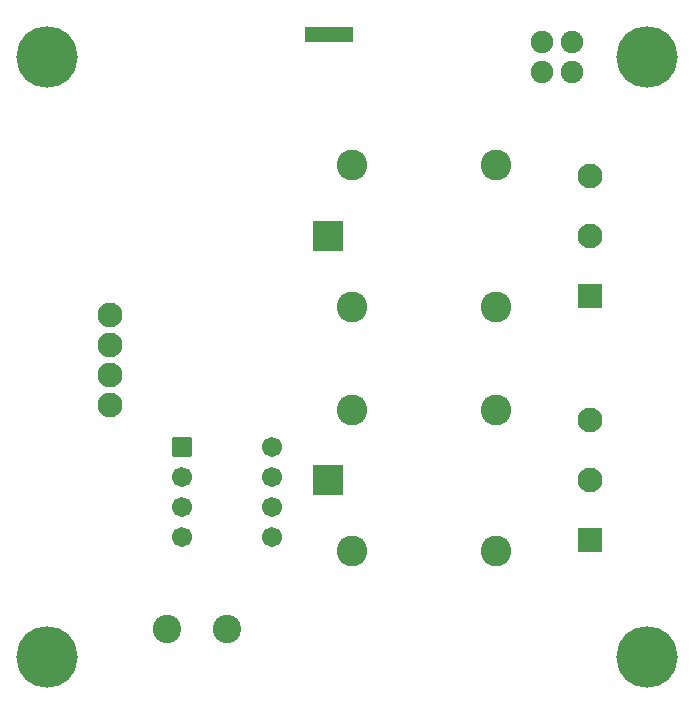
<source format=gbs>
G04 Layer: BottomSolderMaskLayer*
G04 Panelize: , Column: 2, Row: 2, Board Size: 58.42mm x 58.42mm, Panelized Board Size: 118.84mm x 118.84mm*
G04 EasyEDA v6.5.34, 2023-10-08 21:00:45*
G04 4a59fedaa2674353ae30dd207b49eca9,5a6b42c53f6a479593ecc07194224c93,10*
G04 Gerber Generator version 0.2*
G04 Scale: 100 percent, Rotated: No, Reflected: No *
G04 Dimensions in millimeters *
G04 leading zeros omitted , absolute positions ,4 integer and 5 decimal *
%FSLAX45Y45*%
%MOMM*%

%AMMACRO1*1,1,$1,$2,$3*1,1,$1,$4,$5*1,1,$1,0-$2,0-$3*1,1,$1,0-$4,0-$5*20,1,$1,$2,$3,$4,$5,0*20,1,$1,$4,$5,0-$2,0-$3,0*20,1,$1,0-$2,0-$3,0-$4,0-$5,0*20,1,$1,0-$4,0-$5,$2,$3,0*4,1,4,$2,$3,$4,$5,0-$2,0-$3,0-$4,0-$5,$2,$3,0*%
%ADD10C,2.6016*%
%ADD11MACRO1,0.1016X-1.25X1.25X1.25X1.25*%
%ADD12MACRO1,0.1X-1X-1X-1X1*%
%ADD13C,2.1000*%
%ADD14C,2.4032*%
%ADD15MACRO1,0.1016X0.8001X0.8001X0.8001X-0.8001*%
%ADD16C,1.7018*%
%ADD17C,5.2032*%
%ADD18C,1.9016*%
%ADD19C,2.1016*%

%LPD*%
D10*
G01*
X2961640Y3350260D03*
G01*
X4181627Y3350260D03*
G01*
X2961640Y4550257D03*
G01*
X4181627Y4550257D03*
D11*
G01*
X2761641Y3950257D03*
D10*
G01*
X2961640Y1280160D03*
G01*
X4181627Y1280160D03*
G01*
X2961640Y2480157D03*
G01*
X4181627Y2480157D03*
D11*
G01*
X2761634Y1880157D03*
D12*
G01*
X4978400Y3441697D03*
D13*
G01*
X4978400Y3949700D03*
G01*
X4978400Y4457700D03*
D12*
G01*
X4978400Y1371597D03*
D13*
G01*
X4978400Y1879600D03*
G01*
X4978400Y2387600D03*
D14*
G01*
X1397000Y622300D03*
G01*
X1905000Y622300D03*
D15*
G01*
X1524000Y2159000D03*
D16*
G01*
X1524000Y1905000D03*
G01*
X1524000Y1651000D03*
G01*
X1524000Y1397000D03*
G01*
X2286000Y1397000D03*
G01*
X2286000Y1651000D03*
G01*
X2286000Y1905000D03*
G01*
X2286000Y2159000D03*
D17*
G01*
X381000Y5461000D03*
G01*
X5461000Y5461000D03*
G01*
X5461000Y381000D03*
G01*
X381000Y381000D03*
D18*
G01*
X4572000Y5588000D03*
G01*
X4572000Y5334000D03*
G01*
X4826000Y5334000D03*
G01*
X4826000Y5588000D03*
D19*
G01*
X910818Y2774340D03*
G01*
X910818Y3028340D03*
G01*
X910818Y3282340D03*
G01*
X910818Y2520340D03*
D18*
G01*
X4572000Y5588000D03*
G36*
X2565400Y5715000D02*
G01*
X2971800Y5715000D01*
X2971800Y5588000D01*
X2565400Y5588000D01*
G37*
M02*

</source>
